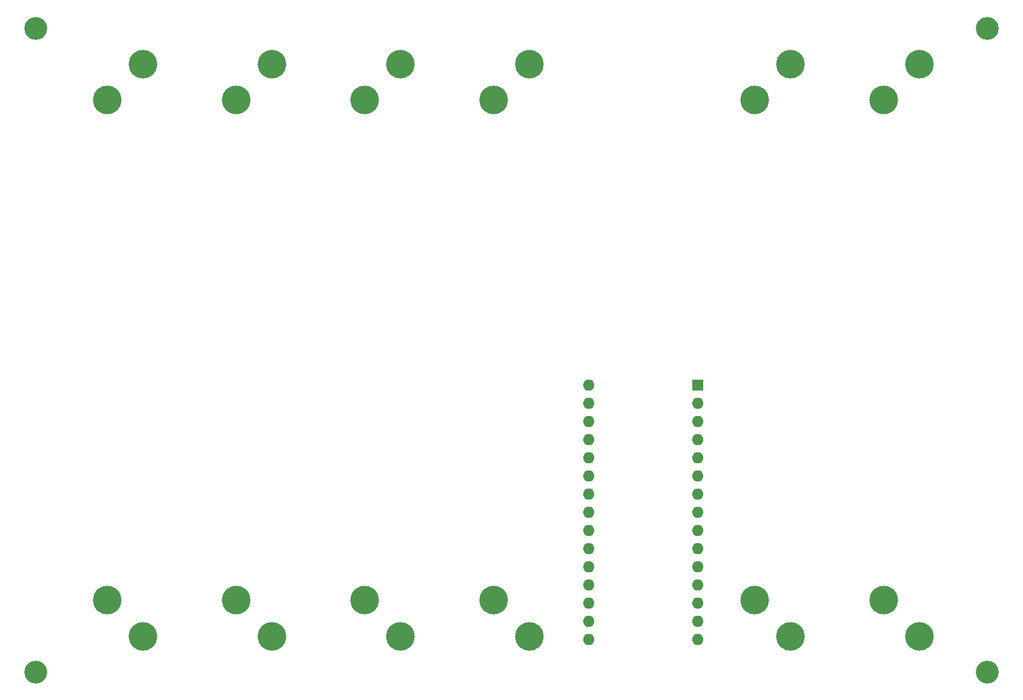
<source format=gbs>
G04 #@! TF.GenerationSoftware,KiCad,Pcbnew,8.0.1-8.0.1-1~ubuntu22.04.1*
G04 #@! TF.CreationDate,2024-03-31T12:40:03+01:00*
G04 #@! TF.ProjectId,Arduino_Mixer,41726475-696e-46f5-9f4d-697865722e6b,1.0*
G04 #@! TF.SameCoordinates,Original*
G04 #@! TF.FileFunction,Soldermask,Bot*
G04 #@! TF.FilePolarity,Negative*
%FSLAX46Y46*%
G04 Gerber Fmt 4.6, Leading zero omitted, Abs format (unit mm)*
G04 Created by KiCad (PCBNEW 8.0.1-8.0.1-1~ubuntu22.04.1) date 2024-03-31 12:40:03*
%MOMM*%
%LPD*%
G01*
G04 APERTURE LIST*
%ADD10C,3.200000*%
%ADD11R,1.600000X1.600000*%
%ADD12O,1.600000X1.600000*%
%ADD13C,4.000000*%
G04 APERTURE END LIST*
D10*
X213000000Y-140000000D03*
X80000000Y-140000000D03*
X80000000Y-50000000D03*
X213000000Y-50000000D03*
D11*
X172500000Y-99940000D03*
D12*
X172500000Y-102480000D03*
X172500000Y-105020000D03*
X172500000Y-107560000D03*
X172500000Y-110100000D03*
X172500000Y-112640000D03*
X172500000Y-115180000D03*
X172500000Y-117720000D03*
X172500000Y-120260000D03*
X172500000Y-122800000D03*
X172500000Y-125340000D03*
X172500000Y-127880000D03*
X172500000Y-130420000D03*
X172500000Y-132960000D03*
X172500000Y-135500000D03*
X157260000Y-135500000D03*
X157260000Y-132960000D03*
X157260000Y-130420000D03*
X157260000Y-127880000D03*
X157260000Y-125340000D03*
X157260000Y-122800000D03*
X157260000Y-120260000D03*
X157260000Y-117720000D03*
X157260000Y-115180000D03*
X157260000Y-112640000D03*
X157260000Y-110100000D03*
X157260000Y-107560000D03*
X157260000Y-105020000D03*
X157260000Y-102480000D03*
X157260000Y-99940000D03*
D13*
X144000000Y-60000000D03*
X149000000Y-55000000D03*
X149000000Y-135000000D03*
X144000000Y-130000000D03*
X108000000Y-60000000D03*
X113000000Y-55000000D03*
X113000000Y-135000000D03*
X108000000Y-130000000D03*
X126000000Y-60000000D03*
X131000000Y-55000000D03*
X131000000Y-135000000D03*
X126000000Y-130000000D03*
X198500000Y-60000000D03*
X203500000Y-55000000D03*
X203500000Y-135000000D03*
X198500000Y-130000000D03*
X90000000Y-60000000D03*
X95000000Y-55000000D03*
X95000000Y-135000000D03*
X90000000Y-130000000D03*
X180500000Y-60000000D03*
X185500000Y-55000000D03*
X185500000Y-135000000D03*
X180500000Y-130000000D03*
M02*

</source>
